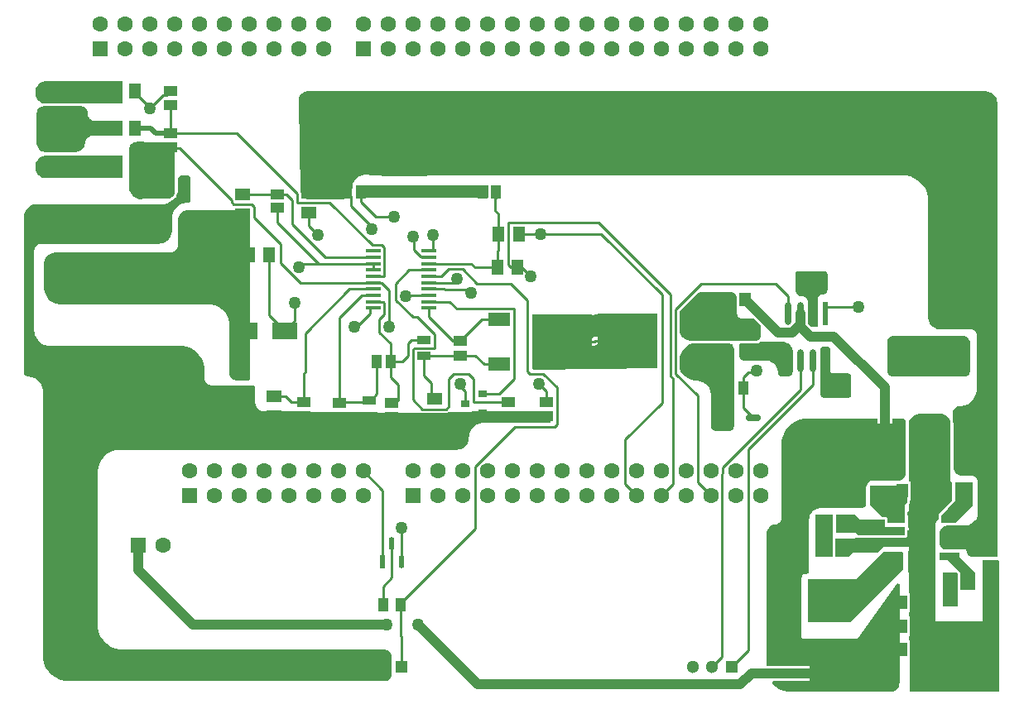
<source format=gtl>
G04*
G04 #@! TF.GenerationSoftware,Altium Limited,Altium Designer,25.1.2 (22)*
G04*
G04 Layer_Physical_Order=1*
G04 Layer_Color=255*
%FSLAX25Y25*%
%MOIN*%
G70*
G04*
G04 #@! TF.SameCoordinates,A459EDE3-80A4-426C-A58C-906856A2545A*
G04*
G04*
G04 #@! TF.FilePolarity,Positive*
G04*
G01*
G75*
%ADD14C,0.01000*%
%ADD16R,0.03827X0.03158*%
%ADD17R,0.06102X0.04921*%
%ADD18R,0.05709X0.06299*%
%ADD19R,0.05315X0.04331*%
%ADD20R,0.05315X0.03347*%
%ADD21R,0.06132X0.02923*%
G04:AMPARAMS|DCode=22|XSize=61.32mil|YSize=29.23mil|CornerRadius=14.62mil|HoleSize=0mil|Usage=FLASHONLY|Rotation=0.000|XOffset=0mil|YOffset=0mil|HoleType=Round|Shape=RoundedRectangle|*
%AMROUNDEDRECTD22*
21,1,0.06132,0.00000,0,0,0.0*
21,1,0.03209,0.02923,0,0,0.0*
1,1,0.02923,0.01604,0.00000*
1,1,0.02923,-0.01604,0.00000*
1,1,0.02923,-0.01604,0.00000*
1,1,0.02923,0.01604,0.00000*
%
%ADD22ROUNDEDRECTD22*%
%ADD23R,0.05315X0.03937*%
%ADD24R,0.05600X0.02200*%
%ADD25R,0.04724X0.05709*%
%ADD26R,0.04724X0.05512*%
%ADD27R,0.03937X0.05315*%
%ADD28R,0.09016X0.05512*%
%ADD29R,0.04921X0.06102*%
%ADD30R,0.04331X0.05315*%
%ADD31R,0.09843X0.06693*%
G04:AMPARAMS|DCode=32|XSize=61.81mil|YSize=16.14mil|CornerRadius=2.02mil|HoleSize=0mil|Usage=FLASHONLY|Rotation=180.000|XOffset=0mil|YOffset=0mil|HoleType=Round|Shape=RoundedRectangle|*
%AMROUNDEDRECTD32*
21,1,0.06181,0.01211,0,0,180.0*
21,1,0.05778,0.01614,0,0,180.0*
1,1,0.00404,-0.02889,0.00605*
1,1,0.00404,0.02889,0.00605*
1,1,0.00404,0.02889,-0.00605*
1,1,0.00404,-0.02889,-0.00605*
%
%ADD32ROUNDEDRECTD32*%
%ADD33R,0.15748X0.15158*%
G04:AMPARAMS|DCode=34|XSize=93.59mil|YSize=24.49mil|CornerRadius=12.25mil|HoleSize=0mil|Usage=FLASHONLY|Rotation=270.000|XOffset=0mil|YOffset=0mil|HoleType=Round|Shape=RoundedRectangle|*
%AMROUNDEDRECTD34*
21,1,0.09359,0.00000,0,0,270.0*
21,1,0.06909,0.02449,0,0,270.0*
1,1,0.02449,0.00000,-0.03455*
1,1,0.02449,0.00000,0.03455*
1,1,0.02449,0.00000,0.03455*
1,1,0.02449,0.00000,-0.03455*
%
%ADD34ROUNDEDRECTD34*%
%ADD35R,0.02449X0.09359*%
G04:AMPARAMS|DCode=36|XSize=53.36mil|YSize=22.14mil|CornerRadius=11.07mil|HoleSize=0mil|Usage=FLASHONLY|Rotation=90.000|XOffset=0mil|YOffset=0mil|HoleType=Round|Shape=RoundedRectangle|*
%AMROUNDEDRECTD36*
21,1,0.05336,0.00000,0,0,90.0*
21,1,0.03121,0.02214,0,0,90.0*
1,1,0.02214,0.00000,0.01561*
1,1,0.02214,0.00000,-0.01561*
1,1,0.02214,0.00000,-0.01561*
1,1,0.02214,0.00000,0.01561*
%
%ADD36ROUNDEDRECTD36*%
%ADD37R,0.02214X0.05336*%
%ADD38R,0.05512X0.04724*%
%ADD39R,0.11024X0.06299*%
%ADD45R,0.10700X0.13200*%
%ADD64C,0.05118*%
%ADD65R,0.05118X0.05118*%
%ADD67R,0.24331X0.22402*%
%ADD68C,0.03937*%
%ADD69C,0.01968*%
%ADD70C,0.07087*%
%ADD71R,0.07087X0.07087*%
%ADD72R,0.06299X0.06299*%
%ADD73C,0.06299*%
%ADD74R,0.08976X0.08976*%
%ADD75C,0.08976*%
%ADD76C,0.05512*%
%ADD77R,0.05512X0.05512*%
%ADD78C,0.05000*%
G36*
X388526Y244110D02*
X389604Y243873D01*
X390615Y243430D01*
X391521Y242798D01*
X392285Y242002D01*
X392880Y241072D01*
X393142Y240402D01*
X393378Y239501D01*
X393379Y239500D01*
X393379Y239500D01*
X393379Y239500D01*
Y151461D01*
X393379D01*
X393500Y151373D01*
Y56500D01*
X382602D01*
X381867Y56805D01*
X381305Y57367D01*
X381000Y58102D01*
Y58500D01*
X380981Y58695D01*
X380832Y59056D01*
X380556Y59332D01*
X380195Y59481D01*
X380000Y59500D01*
X372500D01*
X372003Y59500D01*
X371084Y59881D01*
X370381Y60584D01*
X370000Y61503D01*
X370000Y62000D01*
X370000Y62000D01*
Y65500D01*
X370000Y65845D01*
X370134Y66521D01*
X370398Y67158D01*
X370781Y67731D01*
X371269Y68219D01*
X371842Y68602D01*
X372479Y68866D01*
X373155Y69000D01*
X373500Y69000D01*
X373500Y69000D01*
X380000D01*
X380539Y69026D01*
X381597Y69237D01*
X382593Y69649D01*
X383489Y70248D01*
X384252Y71011D01*
X384851Y71907D01*
X385263Y72903D01*
X385473Y73961D01*
X385500Y74500D01*
X385500Y74500D01*
X385500Y86500D01*
X385452Y86988D01*
X385079Y87889D01*
X384389Y88579D01*
X383488Y88952D01*
X383000Y89000D01*
X383000Y89000D01*
X383000Y89000D01*
X383000Y89000D01*
X379106D01*
X378333Y89154D01*
X377605Y89455D01*
X376950Y89893D01*
X376393Y90450D01*
X375955Y91105D01*
X375654Y91833D01*
X375520Y92507D01*
Y110000D01*
Y110394D01*
X375500Y110493D01*
Y114997D01*
X375881Y115916D01*
X376584Y116619D01*
X377503Y117000D01*
X378000Y117000D01*
Y117000D01*
X378686Y117034D01*
X380032Y117301D01*
X381300Y117826D01*
X382441Y118589D01*
X383411Y119559D01*
X384173Y120700D01*
X384699Y121968D01*
X384966Y123314D01*
X385000Y124000D01*
X385000Y124000D01*
X385000Y145500D01*
X384952Y145988D01*
X384579Y146889D01*
X383889Y147579D01*
X382988Y147952D01*
X382988Y147952D01*
X382612Y148036D01*
X382612Y148036D01*
X381569D01*
X370379D01*
X369886Y148036D01*
X368920Y148228D01*
X368010Y148605D01*
X367191Y149152D01*
X366495Y149848D01*
X365948Y150667D01*
X365571Y151577D01*
X365379Y152543D01*
X365379Y153035D01*
X365379Y153035D01*
X365379Y200036D01*
X365331Y201016D01*
X364948Y202938D01*
X364198Y204749D01*
X363109Y206380D01*
X361723Y207766D01*
X360093Y208855D01*
X358281Y209605D01*
X356359Y209987D01*
X355379Y210035D01*
X355379Y210036D01*
X355379Y210035D01*
X165232Y210035D01*
X161934Y209883D01*
X155332Y209767D01*
X148730Y209842D01*
X142132Y210106D01*
X138838Y210333D01*
X138340Y210342D01*
X137355Y210203D01*
X136421Y209859D01*
X135580Y209326D01*
X134871Y208628D01*
X134325Y207796D01*
X134078Y207157D01*
X133835D01*
Y206378D01*
X133826Y205980D01*
X133810Y205886D01*
X133812Y205387D01*
X133812Y205387D01*
X133825Y204730D01*
X132866Y204319D01*
X132832Y204319D01*
X132569Y204581D01*
X132073Y204913D01*
X131488Y205029D01*
X130903Y204913D01*
X130407Y204581D01*
X130075Y204085D01*
X129959Y203500D01*
X130075Y202915D01*
X130407Y202419D01*
X131102Y201723D01*
X131109Y201218D01*
X130827Y200599D01*
X130000Y200500D01*
Y200500D01*
X124648Y200500D01*
X124500Y200529D01*
X115212D01*
X114805Y200610D01*
X114283Y200827D01*
X113813Y201140D01*
X113414Y201540D01*
X113100Y202010D01*
X112978Y202304D01*
Y202651D01*
X112862Y203237D01*
X112773Y203369D01*
X111879Y240036D01*
Y240429D01*
X112032Y241202D01*
X112334Y241930D01*
X112772Y242585D01*
X113329Y243143D01*
X113984Y243580D01*
X114712Y243882D01*
X115485Y244036D01*
X115879D01*
X386879Y244036D01*
X387422Y244132D01*
X388526Y244110D01*
D02*
G37*
G36*
X41000Y239000D02*
X10000D01*
X9581Y239025D01*
X8770Y239236D01*
X8015Y239602D01*
X7346Y240108D01*
X6789Y240735D01*
X6365Y241458D01*
X6090Y242251D01*
X5975Y243081D01*
X6000Y243500D01*
X6000Y243500D01*
Y244000D01*
Y244394D01*
X6154Y245167D01*
X6455Y245895D01*
X6893Y246550D01*
X7450Y247107D01*
X8105Y247545D01*
X8833Y247846D01*
X9606Y248000D01*
X41000D01*
Y239000D01*
D02*
G37*
G36*
X9637Y238000D02*
X9940Y237982D01*
X9970Y237986D01*
X10000Y237980D01*
X24394D01*
X24875Y237885D01*
X25421Y237659D01*
X25912Y237330D01*
X26330Y236912D01*
X26658Y236421D01*
X26865Y235922D01*
X26999Y235004D01*
X27000Y235000D01*
X27000D01*
X27000Y235000D01*
X27000Y234999D01*
X27014Y234706D01*
X27129Y234129D01*
X27129Y234129D01*
X27150Y234078D01*
X27354Y233586D01*
X27681Y233097D01*
X28097Y232681D01*
X28586Y232354D01*
X29129Y232129D01*
X29706Y232014D01*
X30000Y232000D01*
X41000D01*
Y226000D01*
X30000Y226000D01*
X29678Y226058D01*
X29024Y226078D01*
X28379Y225970D01*
X27768Y225738D01*
X27213Y225392D01*
X26737Y224943D01*
X26358Y224411D01*
X26089Y223815D01*
X26000Y223500D01*
X26000Y223106D01*
X25846Y222333D01*
X25545Y221605D01*
X25107Y220950D01*
X24550Y220393D01*
X23895Y219955D01*
X23167Y219654D01*
X22394Y219500D01*
X9655D01*
X8979Y219635D01*
X8342Y219898D01*
X7769Y220281D01*
X7281Y220769D01*
X6898Y221342D01*
X6634Y221979D01*
X6500Y222655D01*
Y235296D01*
X6615Y235875D01*
X6841Y236421D01*
X7170Y236912D01*
X7588Y237330D01*
X8079Y237659D01*
X8625Y237885D01*
X9205Y238000D01*
X9500D01*
X9500Y238000D01*
X9637D01*
D02*
G37*
G36*
X67000Y210000D02*
X67298Y210000D01*
X67850Y209772D01*
X68221Y209401D01*
X68500Y208500D01*
D01*
X68500Y207573D01*
X68500Y200500D01*
X68500Y200202D01*
X68272Y199650D01*
X67850Y199228D01*
X67298Y199000D01*
X67000Y199000D01*
X66412Y198971D01*
X65258Y198742D01*
X64172Y198292D01*
X63194Y197638D01*
X62362Y196806D01*
X61708Y195828D01*
X61258Y194742D01*
X61102Y193958D01*
X61029Y193588D01*
X61000Y193000D01*
X61000Y193000D01*
X61000Y193000D01*
X61000Y188000D01*
X61000Y187458D01*
X60789Y186396D01*
X60374Y185395D01*
X59772Y184494D01*
X59006Y183728D01*
X58105Y183126D01*
X57104Y182711D01*
X56465Y182584D01*
X55500Y182500D01*
Y182500D01*
X8000Y182500D01*
X7512Y182452D01*
X6611Y182079D01*
X5921Y181389D01*
X5548Y180488D01*
X5500Y180000D01*
X5500Y147500D01*
X5529Y146912D01*
X5758Y145758D01*
X6208Y144672D01*
X6862Y143694D01*
X7694Y142862D01*
X8672Y142209D01*
X9758Y141758D01*
X10912Y141529D01*
X11500Y141500D01*
X64000Y141500D01*
X64985Y141500D01*
X66917Y141116D01*
X68737Y140362D01*
X70375Y139268D01*
X71767Y137875D01*
X72862Y136237D01*
X73616Y134417D01*
X74000Y132485D01*
X74000Y131500D01*
X74000D01*
X74000Y131500D01*
X74000Y128500D01*
X74014Y128206D01*
X74129Y127629D01*
X74354Y127086D01*
X74681Y126597D01*
X75097Y126181D01*
X75586Y125854D01*
X76129Y125629D01*
X76706Y125514D01*
X77000Y125500D01*
Y125500D01*
X93699D01*
X94066Y125348D01*
X94348Y125066D01*
X94500Y124699D01*
Y118500D01*
X94517Y118157D01*
X94651Y117484D01*
X94913Y116850D01*
X95294Y116280D01*
X95780Y115795D01*
X96350Y115413D01*
X96984Y115151D01*
X97657Y115017D01*
X98000Y115000D01*
X158948Y114446D01*
X159069Y114481D01*
X159316Y114526D01*
X159567Y114547D01*
X159818Y114542D01*
X159943Y114527D01*
X161185Y114515D01*
X161242Y114477D01*
X161828Y114360D01*
X171390D01*
X171975Y114477D01*
X172143Y114589D01*
X174306Y114633D01*
X180048Y114851D01*
X182917Y114998D01*
X182927Y114998D01*
X182948Y114999D01*
X182969Y115000D01*
X182990Y115000D01*
X183000Y115000D01*
X183000Y115000D01*
X213500Y115000D01*
Y110900D01*
X213424Y110717D01*
X213283Y110576D01*
X213099Y110500D01*
X186500Y110500D01*
X185912Y110471D01*
X184758Y110242D01*
X183671Y109792D01*
X182694Y109138D01*
X181862Y108306D01*
X181208Y107328D01*
X180758Y106242D01*
X180529Y105088D01*
X180500Y104500D01*
X180500Y104007D01*
X180308Y103042D01*
X179931Y102131D01*
X179384Y101313D01*
X178687Y100616D01*
X177868Y100069D01*
X176959Y99692D01*
X176461Y99593D01*
X175500Y99500D01*
Y99500D01*
X37878Y99500D01*
X37144Y99226D01*
X35752Y98512D01*
X34488Y97589D01*
X33384Y96480D01*
X32466Y95212D01*
X31757Y93817D01*
X31275Y92328D01*
X31031Y90782D01*
X31000Y90000D01*
Y29000D01*
X31048Y28020D01*
X31431Y26097D01*
X32181Y24286D01*
X33270Y22656D01*
X34656Y21270D01*
X36286Y20181D01*
X38097Y19431D01*
X40020Y19048D01*
X41000Y19000D01*
X146500Y19000D01*
X146795Y19000D01*
X147375Y18885D01*
X147921Y18658D01*
X148412Y18330D01*
X148830Y17912D01*
X149159Y17421D01*
X149367Y16917D01*
X149500Y16001D01*
X149500Y16000D01*
X149500D01*
X149500Y16000D01*
X149500Y9000D01*
X149500Y8503D01*
X149119Y7584D01*
X148416Y6881D01*
X147497Y6500D01*
X19000D01*
X18015Y6500D01*
X16083Y6884D01*
X14263Y7638D01*
X12625Y8732D01*
X11232Y10125D01*
X10138Y11763D01*
X9384Y13583D01*
X9000Y15515D01*
X9000Y16500D01*
X9000Y123000D01*
X8971Y123588D01*
X8742Y124742D01*
X8292Y125828D01*
X7638Y126806D01*
X6806Y127638D01*
X5828Y128291D01*
X4742Y128742D01*
X3933Y128902D01*
X3588Y128971D01*
X3000Y129000D01*
X3000Y129000D01*
Y129000D01*
X2065Y129314D01*
X1728Y129650D01*
X1500Y130202D01*
Y130500D01*
X1500D01*
Y193500D01*
X1500Y193992D01*
X1692Y194958D01*
X2069Y195868D01*
X2616Y196687D01*
X3313Y197384D01*
X4132Y197931D01*
X5042Y198308D01*
X6007Y198500D01*
X6500Y198500D01*
X6500Y198500D01*
X57000Y198500D01*
X57637Y198531D01*
X58887Y198780D01*
X60064Y199267D01*
X61124Y199975D01*
X62025Y200876D01*
X62096Y200984D01*
X62342Y201230D01*
X62563Y201560D01*
X62696Y201882D01*
X62732Y201936D01*
X63108Y202842D01*
X63153D01*
Y202953D01*
X63220Y203113D01*
X63469Y204363D01*
X63500Y205000D01*
X63500D01*
X63500Y208500D01*
X63500Y208798D01*
X63728Y209350D01*
X64150Y209772D01*
X64702Y210000D01*
X65000Y210000D01*
X65000Y210000D01*
X67000Y210000D01*
D02*
G37*
G36*
X41000Y209000D02*
X10000D01*
X9581Y209025D01*
X8770Y209236D01*
X8015Y209602D01*
X7346Y210108D01*
X6789Y210735D01*
X6365Y211458D01*
X6090Y212251D01*
X5975Y213081D01*
X6000Y213500D01*
X6000Y213500D01*
Y214000D01*
Y214394D01*
X6154Y215167D01*
X6455Y215895D01*
X6893Y216550D01*
X7450Y217107D01*
X8105Y217545D01*
X8833Y217846D01*
X9606Y218000D01*
X41000D01*
Y209000D01*
D02*
G37*
G36*
X188347Y201000D02*
X138529D01*
Y203500D01*
X138413Y204085D01*
X138081Y204581D01*
X137585Y204913D01*
X137148Y205000D01*
X137246Y206000D01*
X188347D01*
Y201000D01*
D02*
G37*
G36*
X47000Y223583D02*
X47985Y223579D01*
X48467Y223577D01*
X51402Y223570D01*
X54338Y223568D01*
X57273Y223572D01*
X58740Y223576D01*
X59126D01*
X59429Y222576D01*
X59419Y222569D01*
X59087Y222073D01*
X58971Y221488D01*
X59087Y220903D01*
X59419Y220407D01*
X59985Y219841D01*
X60481Y219509D01*
X61066Y219393D01*
X62000D01*
X62000Y203360D01*
X62000D01*
Y202865D01*
X61621Y201951D01*
X60921Y201251D01*
X60007Y200872D01*
X59512D01*
X59512Y200872D01*
X58094Y200838D01*
X55259Y200764D01*
X52424Y200681D01*
X49589Y200590D01*
X48172Y200542D01*
X47770Y200528D01*
X46979Y200663D01*
X46231Y200955D01*
X45558Y201393D01*
X45273Y201676D01*
X44862Y202083D01*
X44219Y203045D01*
X43781Y204116D01*
X43565Y205254D01*
X43573Y205832D01*
X43598Y207708D01*
X43637Y211461D01*
X43663Y215213D01*
X43676Y218966D01*
X43677Y220843D01*
X43706Y221141D01*
X43878Y221716D01*
X44160Y222245D01*
X44539Y222710D01*
X45002Y223092D01*
X45531Y223376D01*
X46025Y223527D01*
X47000Y223583D01*
D01*
D02*
G37*
G36*
X324350Y171272D02*
X324772Y170850D01*
X325000Y170298D01*
Y170000D01*
Y164500D01*
Y164003D01*
X324619Y163084D01*
X323916Y162381D01*
X322997Y162000D01*
X322500D01*
X322207Y161971D01*
X321667Y161747D01*
X321253Y161333D01*
X321029Y160793D01*
X321000Y160500D01*
Y150000D01*
Y149801D01*
X320848Y149434D01*
X320566Y149152D01*
X320199Y149000D01*
X318234D01*
X317000Y150234D01*
Y150500D01*
Y159000D01*
X316952Y159488D01*
X316579Y160389D01*
X315889Y161079D01*
X314988Y161452D01*
X314500Y161500D01*
X314003D01*
X313084Y161881D01*
X312381Y162584D01*
X312000Y163503D01*
Y164000D01*
Y170500D01*
Y170699D01*
X312152Y171066D01*
X312434Y171348D01*
X312801Y171500D01*
X323798D01*
X324350Y171272D01*
D02*
G37*
G36*
X287416Y162619D02*
X288119Y161916D01*
X288484Y161035D01*
Y156244D01*
X288500D01*
Y154500D01*
X288538Y154110D01*
X288837Y153389D01*
X289389Y152837D01*
X290110Y152538D01*
X290500Y152500D01*
X294845D01*
X295222Y152425D01*
X297925Y149722D01*
X298000Y149345D01*
Y149000D01*
Y145500D01*
Y145102D01*
X297695Y144367D01*
X297133Y143805D01*
X296398Y143500D01*
X269508D01*
X268542Y143692D01*
X267632Y144069D01*
X266813Y144616D01*
X266116Y145313D01*
X265569Y146132D01*
X265356Y146646D01*
Y155536D01*
X272523Y162703D01*
X274015Y163000D01*
X286497D01*
X287416Y162619D01*
D02*
G37*
G36*
X308167Y142846D02*
X308895Y142545D01*
X309550Y142107D01*
X310107Y141550D01*
X310545Y140895D01*
X310846Y140167D01*
X311000Y139394D01*
Y139000D01*
Y131500D01*
Y131003D01*
X310619Y130084D01*
X309916Y129381D01*
X308997Y129000D01*
X306202D01*
X305650Y129228D01*
X305228Y129650D01*
X305000Y130202D01*
Y130500D01*
X304976Y130990D01*
X304785Y131951D01*
X304410Y132857D01*
X303865Y133672D01*
X303172Y134365D01*
X302357Y134910D01*
X301451Y135285D01*
X300490Y135476D01*
X300000Y135500D01*
X291102D01*
X290367Y135804D01*
X289805Y136367D01*
X289500Y137102D01*
Y137500D01*
Y141500D01*
Y141798D01*
X289728Y142350D01*
X289859Y142480D01*
X296398D01*
D01*
X296398D01*
X296788Y142558D01*
X297523Y142862D01*
X297729Y143000D01*
X307394D01*
X308167Y142846D01*
D02*
G37*
G36*
X256395Y153536D02*
Y132246D01*
X206605Y131754D01*
X205895Y132457D01*
Y153746D01*
X255684Y154239D01*
X256395Y153536D01*
D02*
G37*
G36*
X380021Y145366D02*
X380658Y145102D01*
X381231Y144719D01*
X381719Y144231D01*
X382102Y143658D01*
X382365Y143021D01*
X382500Y142345D01*
Y142000D01*
Y131500D01*
Y131003D01*
X382119Y130084D01*
X381416Y129381D01*
X380497Y129000D01*
X351003D01*
X350084Y129381D01*
X349381Y130084D01*
X349000Y131003D01*
Y131500D01*
Y143000D01*
Y143497D01*
X349381Y144416D01*
X350084Y145119D01*
X351003Y145500D01*
X379345D01*
X380021Y145366D01*
D02*
G37*
G36*
X89667Y195846D02*
X90395Y195545D01*
X91050Y195107D01*
X91607Y194550D01*
X92045Y193895D01*
X92346Y193167D01*
X92500Y192394D01*
Y192000D01*
Y128500D01*
Y128301D01*
X92348Y127934D01*
X92066Y127652D01*
X91699Y127500D01*
X86704D01*
X86125Y127615D01*
X85579Y127841D01*
X85088Y128170D01*
X84670Y128588D01*
X84341Y129079D01*
X84115Y129625D01*
X84000Y130204D01*
Y130500D01*
Y150000D01*
X83961Y150784D01*
X83656Y152322D01*
X83055Y153771D01*
X82184Y155075D01*
X81075Y156184D01*
X79771Y157055D01*
X78322Y157656D01*
X76784Y157961D01*
X76000Y158000D01*
X15811D01*
X14458Y158269D01*
X13184Y158797D01*
X12038Y159563D01*
X11063Y160538D01*
X10297Y161684D01*
X9769Y162958D01*
X9500Y164311D01*
X9500Y165000D01*
Y174500D01*
Y174943D01*
X9673Y175813D01*
X10012Y176631D01*
X10505Y177369D01*
X11131Y177995D01*
X11868Y178488D01*
X12687Y178827D01*
X13557Y179000D01*
X60000D01*
X60343Y179017D01*
X61016Y179151D01*
X61650Y179413D01*
X62220Y179795D01*
X62705Y180280D01*
X63087Y180850D01*
X63349Y181484D01*
X63483Y182157D01*
X63500Y182500D01*
Y192500D01*
Y192845D01*
X63635Y193521D01*
X63898Y194158D01*
X64281Y194731D01*
X64769Y195219D01*
X65342Y195602D01*
X65979Y195865D01*
X66655Y196000D01*
X88894D01*
X89667Y195846D01*
D02*
G37*
G36*
X325566Y140848D02*
X325848Y140567D01*
X326000Y140199D01*
Y140000D01*
Y131500D01*
X326019Y131305D01*
X326168Y130944D01*
X326444Y130668D01*
X326805Y130519D01*
X327000Y130500D01*
X332898D01*
X333633Y130195D01*
X334195Y129633D01*
X334500Y128898D01*
Y128500D01*
Y122000D01*
Y121702D01*
X334272Y121150D01*
X333850Y120728D01*
X333298Y120500D01*
X323202D01*
X322650Y120728D01*
X322228Y121150D01*
X322000Y121702D01*
Y122000D01*
Y140000D01*
Y140199D01*
X322152Y140567D01*
X322433Y140848D01*
X322801Y141000D01*
X325199D01*
X325566Y140848D01*
D02*
G37*
G36*
X286050Y142107D02*
X286607Y141550D01*
X287045Y140895D01*
X287346Y140167D01*
X287500Y139394D01*
Y139000D01*
Y109500D01*
Y109003D01*
X287119Y108084D01*
X286416Y107381D01*
X285497Y107000D01*
X279602D01*
X278867Y107305D01*
X278305Y107867D01*
X278000Y108602D01*
Y109000D01*
Y121500D01*
X277971Y122088D01*
X277742Y123242D01*
X277291Y124328D01*
X276638Y125306D01*
X275806Y126138D01*
X274828Y126792D01*
X273742Y127242D01*
X272588Y127471D01*
X272000Y127500D01*
X271311D01*
X269958Y127769D01*
X268684Y128297D01*
X267538Y129063D01*
X266563Y130038D01*
X265797Y131184D01*
X265356Y132248D01*
Y137050D01*
X265967Y138526D01*
X266898Y139918D01*
X268082Y141102D01*
X269474Y142033D01*
X270555Y142480D01*
X285491D01*
X286050Y142107D01*
D02*
G37*
G36*
X355850Y111772D02*
X356272Y111350D01*
X356500Y110798D01*
Y90500D01*
Y90155D01*
X356365Y89479D01*
X356102Y88842D01*
X355719Y88269D01*
X355231Y87781D01*
X354658Y87398D01*
X354021Y87134D01*
X353345Y87000D01*
X343000D01*
X342512Y86952D01*
X341611Y86579D01*
X340921Y85889D01*
X340548Y84988D01*
X340500Y84500D01*
Y77602D01*
X340195Y76867D01*
X339633Y76305D01*
X338898Y76000D01*
X322000D01*
X321559Y75978D01*
X320694Y75806D01*
X319879Y75469D01*
X319145Y74979D01*
X318521Y74355D01*
X318031Y73621D01*
X317694Y72806D01*
X317522Y71941D01*
X317500Y71500D01*
Y50702D01*
X317272Y50150D01*
X316850Y49728D01*
X316298Y49500D01*
X316000D01*
X315707Y49471D01*
X315167Y49247D01*
X314753Y48833D01*
X314529Y48293D01*
X314500Y48000D01*
Y24000D01*
X314510Y23902D01*
X314584Y23722D01*
X314722Y23584D01*
X314902Y23510D01*
X315000Y23500D01*
X337000D01*
X353049Y45685D01*
X354000Y45377D01*
Y6000D01*
Y5606D01*
X353846Y4833D01*
X353545Y4105D01*
X353107Y3450D01*
X352550Y2893D01*
X351895Y2455D01*
X351167Y2154D01*
X350394Y2000D01*
X350000Y2000D01*
X309064D01*
X307229Y2365D01*
X305500Y3081D01*
X303944Y4121D01*
X302621Y5444D01*
X302524Y5589D01*
X302996Y6470D01*
X325500D01*
X326275Y6572D01*
X326997Y6872D01*
X327617Y7347D01*
X328093Y7967D01*
X328392Y8690D01*
X328494Y9465D01*
X328392Y10239D01*
X328093Y10962D01*
X327617Y11582D01*
X326997Y12058D01*
X326275Y12357D01*
X325500Y12459D01*
X300500D01*
Y66000D01*
Y66345D01*
X300635Y67021D01*
X300898Y67658D01*
X301281Y68231D01*
X301769Y68719D01*
X302342Y69102D01*
X302979Y69366D01*
X303655Y69500D01*
X304000D01*
X304488Y69548D01*
X305389Y69921D01*
X306079Y70611D01*
X306452Y71512D01*
X306500Y72000D01*
Y102000D01*
Y102985D01*
X306884Y104917D01*
X307638Y106737D01*
X308733Y108375D01*
X310125Y109767D01*
X311763Y110862D01*
X313583Y111616D01*
X315515Y112000D01*
X344887D01*
Y108181D01*
X344989Y107406D01*
X345289Y106684D01*
X345764Y106064D01*
X346946Y104883D01*
X347566Y104407D01*
X348288Y104108D01*
X349063Y104006D01*
X349535D01*
X350310Y104108D01*
X351032Y104407D01*
X351653Y104883D01*
X352128Y105503D01*
X352428Y106225D01*
X352530Y107000D01*
X352428Y107775D01*
X352128Y108497D01*
X351653Y109117D01*
X351032Y109593D01*
X350876Y109658D01*
Y112000D01*
X355298D01*
X355850Y111772D01*
D02*
G37*
G36*
X383538Y86062D02*
X383500Y86024D01*
Y77024D01*
X376500Y70024D01*
X370871D01*
X370534Y70393D01*
X370755Y72800D01*
X376500Y79024D01*
X376500Y86524D01*
X383347D01*
X383538Y86062D01*
D02*
G37*
G36*
X357000Y78524D02*
X356000Y77524D01*
Y70024D01*
X349500D01*
X349020Y70504D01*
Y71524D01*
X348942Y71914D01*
X348721Y72245D01*
X348390Y72466D01*
X348000Y72543D01*
X346980D01*
X342000Y77524D01*
Y85024D01*
X357000D01*
Y78524D01*
D02*
G37*
G36*
X371667Y113846D02*
X372395Y113545D01*
X373050Y113107D01*
X373607Y112550D01*
X374045Y111895D01*
X374346Y111167D01*
X374500Y110394D01*
Y110000D01*
Y87144D01*
X374500Y87144D01*
X374512Y87023D01*
X374605Y86799D01*
X374776Y86628D01*
X374999Y86536D01*
X375120Y86524D01*
X375120Y79032D01*
X370128Y73624D01*
X369800D01*
Y73155D01*
X369798Y73152D01*
X369778Y73021D01*
X369740Y72894D01*
X369628Y71675D01*
X368566Y70457D01*
X368316Y70207D01*
Y68043D01*
X357422D01*
X357385Y72491D01*
X357385D01*
X357183Y72784D01*
X357020Y73408D01*
Y73651D01*
X357068Y74178D01*
X357369Y74821D01*
X357620Y75072D01*
Y77702D01*
X357721Y77803D01*
X357942Y78133D01*
X358020Y78524D01*
Y79146D01*
X358425D01*
Y86854D01*
X357620D01*
X357620Y109620D01*
Y110052D01*
X357788Y110898D01*
X358119Y111695D01*
X358598Y112412D01*
X359208Y113022D01*
X359925Y113502D01*
X360722Y113832D01*
X361569Y114000D01*
X370894D01*
X371667Y113846D01*
D02*
G37*
G36*
X338000Y71524D02*
X348000D01*
Y68524D01*
X356000D01*
Y66024D01*
Y65524D01*
Y65024D01*
X337500D01*
X336500Y66024D01*
X328500D01*
Y73524D01*
X336000D01*
X338000Y71524D01*
D02*
G37*
G36*
X368500Y60524D02*
X347500D01*
X345000Y58024D01*
X335000D01*
X333500Y56524D01*
X328004D01*
Y63793D01*
X343555Y64004D01*
X354520D01*
X354750Y63774D01*
X354980Y64004D01*
X356000D01*
X356390Y64082D01*
X356721Y64303D01*
X356942Y64634D01*
X357020Y65024D01*
Y65524D01*
Y66024D01*
Y67024D01*
X368500D01*
Y60524D01*
D02*
G37*
G36*
X327000Y63907D02*
X326984D01*
Y56524D01*
X320000D01*
Y73524D01*
X327000D01*
Y63907D01*
D02*
G37*
G36*
X378000Y56524D02*
X384500Y50024D01*
Y43024D01*
X378500D01*
Y50024D01*
X373500Y55024D01*
X370000D01*
Y58024D01*
X378000D01*
Y56524D01*
D02*
G37*
G36*
X377480Y49601D02*
Y43024D01*
X377500Y42925D01*
Y36524D01*
X371500D01*
Y50024D01*
X377058D01*
X377480Y49601D01*
D02*
G37*
G36*
X355500Y58024D02*
Y51524D01*
X334000Y30024D01*
X317000D01*
Y47524D01*
X336500D01*
X347500Y58524D01*
X355000D01*
X355500Y58024D01*
D02*
G37*
G36*
X368316Y30524D02*
X387316D01*
Y55169D01*
X393816D01*
X394158Y54827D01*
Y2024D01*
X358403Y2024D01*
X358158Y2422D01*
X357965Y3351D01*
X357866Y15117D01*
X358016Y15268D01*
X358016D01*
Y22780D01*
X357802D01*
X357787Y24537D01*
X358016Y24768D01*
X358016D01*
Y32280D01*
X357722D01*
X357708Y33957D01*
X358016Y34268D01*
X358016D01*
Y41780D01*
X357643D01*
X357500Y58794D01*
X358204Y59504D01*
X368316D01*
Y30524D01*
D02*
G37*
%LPC*%
G36*
X244500Y145029D02*
X231500D01*
X230915Y144913D01*
X230419Y144581D01*
X230366Y144529D01*
X218000D01*
X217415Y144413D01*
X216919Y144081D01*
X216587Y143585D01*
X216471Y143000D01*
X216587Y142415D01*
X216919Y141919D01*
X217415Y141587D01*
X218000Y141471D01*
X231000D01*
X231585Y141587D01*
X232081Y141919D01*
X232134Y141971D01*
X244500D01*
X245085Y142087D01*
X245581Y142419D01*
X245913Y142915D01*
X246029Y143500D01*
X245913Y144085D01*
X245581Y144581D01*
X245085Y144913D01*
X244500Y145029D01*
D02*
G37*
%LPD*%
D14*
X282500Y79830D02*
G03*
X282500Y82170I-4500J1170D01*
G01*
X176943Y124918D02*
Y126000D01*
X180400Y130000D02*
X182400Y128000D01*
X176943Y124918D02*
X178943Y122918D01*
X172500Y128000D02*
X174500Y130000D01*
X180400D01*
X178943Y118236D02*
Y122918D01*
X172500Y117000D02*
Y128000D01*
X171390Y115890D02*
X172500Y117000D01*
X158265Y180011D02*
Y185235D01*
X158000Y185500D02*
X158265Y185235D01*
X137000Y199500D02*
X143000Y193500D01*
X150500D01*
X137000Y199500D02*
Y203500D01*
X130165Y118744D02*
X140244D01*
X143500Y122000D01*
X162500Y129300D02*
X165500Y126300D01*
Y118535D02*
Y126300D01*
X161828Y115890D02*
X171390D01*
X158000Y119717D02*
X161828Y115890D01*
X150500Y117244D02*
Y118500D01*
X135500Y149000D02*
X140828Y154328D01*
X134500Y149000D02*
X135500D01*
X128500Y120410D02*
Y152864D01*
X137400Y161764D01*
X128500Y120410D02*
X130165Y118744D01*
X292983Y130735D02*
X295735D01*
X290906Y116483D02*
Y124500D01*
Y128657D01*
X292983Y130735D01*
X295735D02*
X296500Y131500D01*
X52000Y237000D02*
X57346Y242346D01*
X58835D01*
X46000Y243409D02*
Y244000D01*
Y243409D02*
X52000Y237409D01*
X58835Y242346D02*
X60500Y244012D01*
X52000Y237000D02*
Y237409D01*
X160906Y177370D02*
X164248D01*
X158265Y180011D02*
X160906Y177370D01*
X164248D02*
X164500Y177118D01*
X156500Y172000D02*
X164500D01*
X151000Y166500D02*
X156500Y172000D01*
X151000Y159843D02*
Y166500D01*
X166658Y140500D02*
Y146042D01*
X155000Y161500D02*
X155132Y161632D01*
X164368D02*
X164500Y161764D01*
X151000Y159843D02*
X157900Y152943D01*
X155132Y161632D02*
X164368D01*
X157900Y152943D02*
X159757D01*
X166658Y146042D01*
X144500Y146825D02*
X149012Y142313D01*
X146500Y153981D02*
Y158619D01*
X145914Y159205D02*
X146500Y158619D01*
X141902Y159205D02*
X145914D01*
X148500Y149000D02*
Y163625D01*
X145495Y166630D02*
X148500Y163625D01*
X142154Y166630D02*
X145495D01*
X144500Y146825D02*
Y151981D01*
X149012Y135000D02*
Y142313D01*
X144500Y151981D02*
X146500Y153981D01*
X166000Y179984D02*
Y186000D01*
X263827Y156170D02*
X274157Y166500D01*
X304000D01*
X263827Y130200D02*
Y156170D01*
Y130200D02*
X272700Y121327D01*
X86454Y198539D02*
X86529Y198465D01*
X84949Y199418D02*
X85827Y198539D01*
X60500Y221488D02*
X61066Y220922D01*
X86529Y198465D02*
X93098D01*
X64072Y220922D02*
X84949Y200045D01*
X85827Y198539D02*
X86454D01*
X61066Y220922D02*
X64072D01*
X84949Y199418D02*
Y200045D01*
X141136Y156646D02*
X141902D01*
X140828Y154328D02*
Y156339D01*
X141136Y156646D01*
X153370Y54486D02*
Y67870D01*
X153500Y68000D01*
X153240Y54356D02*
X153370Y54486D01*
X141902Y166882D02*
X142154Y166630D01*
X314000Y151063D02*
Y154518D01*
X94051Y192949D02*
X104701Y182299D01*
X94051Y192949D02*
Y197511D01*
X104701Y174742D02*
Y182299D01*
X93098Y198465D02*
X94051Y197511D01*
X112561Y166882D02*
X141902D01*
X104701Y174742D02*
X112561Y166882D01*
X132477Y164323D02*
X141902D01*
X114669Y146515D02*
X132477Y164323D01*
X120041Y174559D02*
X141902D01*
X113259D02*
X120041D01*
X103500Y191100D02*
X120041Y174559D01*
X103500Y191100D02*
Y196988D01*
X114669Y130850D02*
Y146515D01*
X141500Y188500D02*
Y189500D01*
X133153Y197847D02*
X141500Y189500D01*
X141516Y181984D02*
X145495D01*
X124500Y199000D02*
X141516Y181984D01*
X111449Y199000D02*
X124500D01*
X133153Y197847D02*
Y201835D01*
X131488Y203500D02*
X133153Y201835D01*
X164500Y179677D02*
X165693D01*
X191000Y200744D02*
X191756Y201500D01*
X191000Y196019D02*
X192465Y194554D01*
X191000Y196019D02*
Y200744D01*
X165693Y179677D02*
X166000Y179984D01*
X146500Y169441D02*
Y179000D01*
X146492Y179008D02*
Y180987D01*
Y179008D02*
X146500Y179000D01*
X145495Y181984D02*
X146492Y180987D01*
X293000Y99842D02*
X319000Y125842D01*
X293000Y18764D02*
Y99842D01*
X286374Y12138D02*
X293000Y18764D01*
X282500Y89830D02*
X282650Y89980D01*
Y91000D02*
Y92320D01*
Y89980D02*
Y91000D01*
Y92320D02*
X314000Y123670D01*
X319000Y125842D02*
Y135482D01*
X314000Y123670D02*
Y135482D01*
X278500Y12138D02*
X282500Y16138D01*
Y82170D02*
Y89830D01*
Y16138D02*
Y79830D01*
X192465Y186500D02*
Y194554D01*
X152000Y119256D02*
Y125600D01*
X158586Y140500D02*
X166658D01*
X158000Y139914D02*
X158586Y140500D01*
X156000Y142270D02*
X157478Y143748D01*
X156000Y137300D02*
Y142270D01*
X158000Y119717D02*
Y139914D01*
X153700Y135000D02*
X156000Y137300D01*
X324000Y157200D02*
X337500D01*
X200535Y186500D02*
X209300D01*
X164500Y152953D02*
Y156646D01*
Y152953D02*
X174000Y143453D01*
X177000D01*
X111900Y173200D02*
X113259Y174559D01*
X211833Y118744D02*
Y122967D01*
X208600Y126200D02*
X211833Y122967D01*
X106248Y147500D02*
X106300D01*
X110223Y151423D01*
Y158623D01*
X116000Y189600D02*
X119600Y186000D01*
X116000Y189600D02*
Y194965D01*
X233700Y186500D02*
X258200Y162000D01*
Y118500D02*
Y162000D01*
X243300Y103600D02*
X258200Y118500D01*
X243300Y85700D02*
Y103600D01*
Y85700D02*
X248000Y81000D01*
X324000Y154518D02*
Y157200D01*
X197500Y173000D02*
X200035D01*
X196500Y174000D02*
X197500Y173000D01*
X196500Y174000D02*
Y191100D01*
X232700D01*
X261827Y161973D01*
Y129121D02*
Y161973D01*
Y129121D02*
X262700Y128248D01*
Y85700D02*
Y128248D01*
X258000Y81000D02*
X262700Y85700D01*
X272700Y86300D02*
X278000Y81000D01*
X272700Y86300D02*
Y121327D01*
X304000Y166500D02*
X309000Y161500D01*
Y154518D02*
Y161500D01*
X141902Y169441D02*
X146500D01*
X111449Y199000D02*
Y202651D01*
X87100Y227000D02*
X111449Y202651D01*
X60500Y227000D02*
X87100D01*
X164500Y159205D02*
X172833D01*
X175538Y156500D01*
X198700D01*
Y128100D02*
Y156500D01*
X192577Y121977D02*
X198700Y128100D01*
X185911Y121977D02*
X192577D01*
X182400Y118744D02*
Y128000D01*
Y118744D02*
X196372D01*
X185543Y151996D02*
X192665D01*
X177000Y143453D02*
X185543Y151996D01*
X145957Y37000D02*
Y44400D01*
X149500Y47943D01*
Y61644D01*
X153043Y37000D02*
Y37900D01*
X183000Y67857D01*
Y92800D01*
X199000Y108800D01*
X215000D01*
X216000Y109800D01*
Y124700D01*
X210500Y130200D02*
X216000Y124700D01*
X205000Y130200D02*
X210500D01*
X204000Y131200D02*
X205000Y130200D01*
X204000Y131200D02*
Y159800D01*
X197300Y166500D02*
X204000Y159800D01*
X183700Y166500D02*
X197300D01*
X177900Y172300D02*
X183700Y166500D01*
X172322Y172300D02*
X177900D01*
X169463Y169441D02*
X172322Y172300D01*
X164500Y169441D02*
X169463D01*
X231500Y143500D02*
X244500D01*
X231000Y143000D02*
X231500Y143500D01*
X218000Y143000D02*
X231000D01*
X186543Y134004D02*
X192665D01*
X183000Y137547D02*
X186543Y134004D01*
X177000Y137547D02*
X183000D01*
X162500Y129300D02*
Y137252D01*
X169895Y137547D02*
X177000D01*
X169600Y137252D02*
X169895Y137547D01*
X162500Y137252D02*
X169600D01*
X182900Y173000D02*
X191965D01*
X181341Y174559D02*
X182900Y173000D01*
X164500Y174559D02*
X181341D01*
X191965Y173000D02*
Y179500D01*
X192465Y180000D01*
Y186500D01*
X138000Y91000D02*
X145760Y83240D01*
Y54356D02*
Y83240D01*
X102000Y121035D02*
X106800D01*
X109091Y118744D01*
X114067D01*
Y130248D01*
X114669Y130850D01*
X60500Y227000D02*
Y238500D01*
X141902Y172000D02*
Y174559D01*
X89500Y202500D02*
X103500D01*
X107100D01*
X109449Y200151D01*
Y190351D02*
Y200151D01*
Y190351D02*
X122682Y177118D01*
X141902D01*
X137400Y161764D02*
X141902D01*
X143500Y122000D02*
Y135000D01*
X149012Y128588D02*
Y135000D01*
Y128588D02*
X152000Y125600D01*
X149012Y135000D02*
X153700D01*
X157478Y143748D02*
X162500D01*
X290906Y116483D02*
X294889Y112500D01*
X100035Y153713D02*
X106248Y147500D01*
X100035Y153713D02*
Y178000D01*
X153043Y24657D02*
Y37000D01*
Y24657D02*
X153500Y24200D01*
Y12000D02*
Y24200D01*
X164500Y166882D02*
X174182D01*
X175600Y168300D01*
X209300Y186500D02*
X233700D01*
X164500Y164323D02*
X170677D01*
X170800Y164200D01*
X179900D01*
X181300Y162800D01*
X201700Y173000D02*
X205300Y169400D01*
X200035Y173000D02*
X201700D01*
D16*
X185911Y114496D02*
D03*
Y121977D02*
D03*
X178943Y118236D02*
D03*
D17*
X166609Y111854D02*
D03*
Y119925D02*
D03*
X116000Y203035D02*
D03*
Y194965D02*
D03*
X89500Y194429D02*
D03*
Y202500D02*
D03*
X102000Y121035D02*
D03*
Y112965D02*
D03*
D18*
X88500Y131500D02*
D03*
Y122445D02*
D03*
D19*
X103500Y202500D02*
D03*
Y196988D02*
D03*
X60500Y221488D02*
D03*
Y227000D02*
D03*
X196372Y113232D02*
D03*
Y118744D02*
D03*
X114067Y113232D02*
D03*
Y118744D02*
D03*
X211833Y113232D02*
D03*
Y118744D02*
D03*
X128500Y112744D02*
D03*
Y118256D02*
D03*
X149500Y118256D02*
D03*
Y112744D02*
D03*
X60500Y244012D02*
D03*
Y238500D02*
D03*
D20*
X140500Y119248D02*
D03*
Y112752D02*
D03*
X162500Y137252D02*
D03*
Y143748D02*
D03*
D21*
X281500Y112500D02*
D03*
D22*
X294889D02*
D03*
D23*
X283913Y140043D02*
D03*
Y145949D02*
D03*
X177000Y143453D02*
D03*
Y137547D02*
D03*
D24*
X373600Y56524D02*
D03*
Y61524D02*
D03*
Y66524D02*
D03*
Y71524D02*
D03*
X352400D02*
D03*
Y66524D02*
D03*
Y61524D02*
D03*
Y56524D02*
D03*
D25*
X355063Y83000D02*
D03*
X362937D02*
D03*
X344937Y81524D02*
D03*
X337063D02*
D03*
X371563D02*
D03*
X379437D02*
D03*
X331500Y69524D02*
D03*
X323626D02*
D03*
D26*
X291846Y160000D02*
D03*
X285154D02*
D03*
X361346Y38024D02*
D03*
X354654D02*
D03*
X361346Y19024D02*
D03*
X354654D02*
D03*
X361346Y28524D02*
D03*
X354654D02*
D03*
X330346Y60151D02*
D03*
X323654D02*
D03*
X374654Y46524D02*
D03*
X381346D02*
D03*
D27*
X290906Y124500D02*
D03*
X285000D02*
D03*
X153043Y37000D02*
D03*
X145957D02*
D03*
D28*
X269835Y134504D02*
D03*
Y152496D02*
D03*
X192665Y134004D02*
D03*
Y151996D02*
D03*
D29*
X192465Y186500D02*
D03*
X200535D02*
D03*
X191965Y173000D02*
D03*
X200035D02*
D03*
X91965Y178000D02*
D03*
X100035D02*
D03*
X46000Y213500D02*
D03*
X37929D02*
D03*
X46000Y229000D02*
D03*
X37929D02*
D03*
X46000Y244000D02*
D03*
X37929D02*
D03*
D30*
X186000Y203500D02*
D03*
X191512D02*
D03*
X137000D02*
D03*
X131488D02*
D03*
X59988Y206500D02*
D03*
X65500D02*
D03*
X143500Y135000D02*
D03*
X149012D02*
D03*
D31*
X106248Y147500D02*
D03*
X90500D02*
D03*
D32*
X141902Y156646D02*
D03*
Y159205D02*
D03*
Y161764D02*
D03*
Y164323D02*
D03*
Y166882D02*
D03*
Y169441D02*
D03*
Y172000D02*
D03*
Y174559D02*
D03*
Y177118D02*
D03*
Y179677D02*
D03*
X164500D02*
D03*
Y177118D02*
D03*
Y174559D02*
D03*
Y172000D02*
D03*
Y169441D02*
D03*
Y166882D02*
D03*
Y164323D02*
D03*
Y161764D02*
D03*
Y159205D02*
D03*
Y156646D02*
D03*
D33*
X325500Y9465D02*
D03*
Y39583D02*
D03*
D34*
X324000Y135482D02*
D03*
X319000D02*
D03*
X314000D02*
D03*
X309000D02*
D03*
Y154518D02*
D03*
X314000D02*
D03*
X319000D02*
D03*
D35*
X324000D02*
D03*
D36*
X149500Y61644D02*
D03*
X153240Y54356D02*
D03*
D37*
X145760D02*
D03*
D38*
X341500Y61177D02*
D03*
Y67870D02*
D03*
X390500Y52177D02*
D03*
Y58870D02*
D03*
X293000Y146500D02*
D03*
Y139807D02*
D03*
D39*
X349535Y107000D02*
D03*
X366465D02*
D03*
D45*
X363000Y64024D02*
D03*
D64*
X145626Y12000D02*
D03*
X270626Y12138D02*
D03*
X278500D02*
D03*
D65*
X153500Y12000D02*
D03*
X286374Y12138D02*
D03*
D67*
X244500Y143500D02*
D03*
X218000Y143000D02*
D03*
D68*
X69500Y29000D02*
X147500D01*
X47500Y51000D02*
Y61000D01*
Y51000D02*
X69500Y29000D01*
X184000Y5000D02*
X289764D01*
X160000Y29000D02*
X184000Y5000D01*
X310737Y146870D02*
X314000Y150133D01*
Y154518D01*
X327500Y145000D02*
X347882Y124618D01*
X314000Y149000D02*
X318000Y145000D01*
X327500D01*
X347882Y108181D02*
Y124618D01*
X349063Y107000D02*
X349535D01*
X292669Y159213D02*
X305011Y146870D01*
X291846Y159606D02*
Y160000D01*
Y159606D02*
X292240Y159213D01*
X292669D01*
X347882Y108181D02*
X349063Y107000D01*
X305011Y146870D02*
X310737D01*
X289764Y5000D02*
X294228Y9465D01*
X325500D01*
D69*
X46000Y229000D02*
X52200D01*
X54200Y227000D01*
X60500D01*
D70*
X377000Y157500D02*
D03*
D71*
Y137500D02*
D03*
D72*
X68000Y81000D02*
D03*
X158000D02*
D03*
X32000Y261000D02*
D03*
X138000D02*
D03*
X47500Y61000D02*
D03*
D73*
X78000Y81000D02*
D03*
X88000D02*
D03*
X98000D02*
D03*
X108000D02*
D03*
X118000D02*
D03*
X128000D02*
D03*
X138000D02*
D03*
X68000Y91000D02*
D03*
X78000D02*
D03*
X88000D02*
D03*
X98000D02*
D03*
X108000D02*
D03*
X118000D02*
D03*
X128000D02*
D03*
X138000D02*
D03*
X248000D02*
D03*
X298000D02*
D03*
X288000Y81000D02*
D03*
X298000D02*
D03*
X288000Y91000D02*
D03*
X278000D02*
D03*
X268000D02*
D03*
X258000D02*
D03*
X238000D02*
D03*
X228000D02*
D03*
X218000D02*
D03*
X208000D02*
D03*
X198000D02*
D03*
X188000D02*
D03*
X178000D02*
D03*
X168000D02*
D03*
X158000D02*
D03*
X278000Y81000D02*
D03*
X268000D02*
D03*
X258000D02*
D03*
X248000D02*
D03*
X238000D02*
D03*
X228000D02*
D03*
X218000D02*
D03*
X208000D02*
D03*
X198000D02*
D03*
X188000D02*
D03*
X178000D02*
D03*
X168000D02*
D03*
X122000Y271000D02*
D03*
X112000D02*
D03*
X102000D02*
D03*
X92000D02*
D03*
X82000D02*
D03*
X72000D02*
D03*
X62000D02*
D03*
X52000D02*
D03*
X42000D02*
D03*
X122000Y261000D02*
D03*
X112000D02*
D03*
X102000D02*
D03*
X92000D02*
D03*
X82000D02*
D03*
X72000D02*
D03*
X62000D02*
D03*
X52000D02*
D03*
X42000D02*
D03*
X32000Y271000D02*
D03*
X298000D02*
D03*
X288000D02*
D03*
X278000D02*
D03*
X268000D02*
D03*
X258000D02*
D03*
X248000D02*
D03*
X238000D02*
D03*
X228000D02*
D03*
X218000D02*
D03*
X208000D02*
D03*
X198000D02*
D03*
X188000D02*
D03*
X178000D02*
D03*
X168000D02*
D03*
X158000D02*
D03*
X148000D02*
D03*
X138000D02*
D03*
X298000Y261000D02*
D03*
X288000D02*
D03*
X278000D02*
D03*
X268000D02*
D03*
X258000D02*
D03*
X248000D02*
D03*
X238000D02*
D03*
X228000D02*
D03*
X218000D02*
D03*
X208000D02*
D03*
X198000D02*
D03*
X188000D02*
D03*
X178000D02*
D03*
X168000D02*
D03*
X158000D02*
D03*
X148000D02*
D03*
X57500Y61000D02*
D03*
D74*
X55500Y130000D02*
D03*
D75*
X15500D02*
D03*
X55500Y170000D02*
D03*
X15500D02*
D03*
D76*
X10000Y243343D02*
D03*
Y233500D02*
D03*
Y223657D02*
D03*
D77*
Y213815D02*
D03*
D78*
X374500Y40500D02*
D03*
X349000Y53000D02*
D03*
X176943Y126000D02*
D03*
X158000Y185500D02*
D03*
X150500Y193500D02*
D03*
X157000Y104000D02*
D03*
Y111000D02*
D03*
X134500Y149000D02*
D03*
X296500Y131500D02*
D03*
X277500Y159500D02*
D03*
X52000Y237000D02*
D03*
X155000Y161500D02*
D03*
X148500Y149000D02*
D03*
X166000Y186000D02*
D03*
X153500Y68000D02*
D03*
X160000Y29000D02*
D03*
X147500D02*
D03*
X365000Y89000D02*
D03*
X374000Y25500D02*
D03*
X389000D02*
D03*
X381500D02*
D03*
X389000Y6500D02*
D03*
X381500D02*
D03*
X374000D02*
D03*
X389000Y13000D02*
D03*
X381500D02*
D03*
X374000D02*
D03*
X389000Y19000D02*
D03*
X381500D02*
D03*
X374000D02*
D03*
X353500Y135000D02*
D03*
Y141500D02*
D03*
X360000Y135000D02*
D03*
Y141500D02*
D03*
X367000Y135000D02*
D03*
Y141500D02*
D03*
X331500Y126000D02*
D03*
X325000D02*
D03*
X321500Y165500D02*
D03*
X315500Y168000D02*
D03*
X141500Y188500D02*
D03*
X111900Y173200D02*
D03*
X208600Y126200D02*
D03*
X110223Y158623D02*
D03*
X119600Y186000D02*
D03*
X337500Y157200D02*
D03*
X175600Y168300D02*
D03*
X209300Y186500D02*
D03*
X181300Y162800D02*
D03*
X205300Y169400D02*
D03*
M02*

</source>
